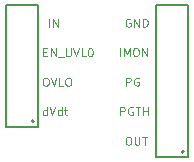
<source format=gbr>
%TF.GenerationSoftware,KiCad,Pcbnew,8.0.6*%
%TF.CreationDate,2025-01-14T14:57:28-07:00*%
%TF.ProjectId,IdealDiodeBoard,49646561-6c44-4696-9f64-65426f617264,rev?*%
%TF.SameCoordinates,Original*%
%TF.FileFunction,Legend,Top*%
%TF.FilePolarity,Positive*%
%FSLAX46Y46*%
G04 Gerber Fmt 4.6, Leading zero omitted, Abs format (unit mm)*
G04 Created by KiCad (PCBNEW 8.0.6) date 2025-01-14 14:57:28*
%MOMM*%
%LPD*%
G01*
G04 APERTURE LIST*
%ADD10C,0.100000*%
%ADD11C,0.200000*%
G04 APERTURE END LIST*
D10*
X130232455Y-96909133D02*
X130232455Y-96209133D01*
X130232455Y-96209133D02*
X130499122Y-96209133D01*
X130499122Y-96209133D02*
X130565789Y-96242466D01*
X130565789Y-96242466D02*
X130599122Y-96275800D01*
X130599122Y-96275800D02*
X130632455Y-96342466D01*
X130632455Y-96342466D02*
X130632455Y-96442466D01*
X130632455Y-96442466D02*
X130599122Y-96509133D01*
X130599122Y-96509133D02*
X130565789Y-96542466D01*
X130565789Y-96542466D02*
X130499122Y-96575800D01*
X130499122Y-96575800D02*
X130232455Y-96575800D01*
X131299122Y-96242466D02*
X131232455Y-96209133D01*
X131232455Y-96209133D02*
X131132455Y-96209133D01*
X131132455Y-96209133D02*
X131032455Y-96242466D01*
X131032455Y-96242466D02*
X130965789Y-96309133D01*
X130965789Y-96309133D02*
X130932455Y-96375800D01*
X130932455Y-96375800D02*
X130899122Y-96509133D01*
X130899122Y-96509133D02*
X130899122Y-96609133D01*
X130899122Y-96609133D02*
X130932455Y-96742466D01*
X130932455Y-96742466D02*
X130965789Y-96809133D01*
X130965789Y-96809133D02*
X131032455Y-96875800D01*
X131032455Y-96875800D02*
X131132455Y-96909133D01*
X131132455Y-96909133D02*
X131199122Y-96909133D01*
X131199122Y-96909133D02*
X131299122Y-96875800D01*
X131299122Y-96875800D02*
X131332455Y-96842466D01*
X131332455Y-96842466D02*
X131332455Y-96609133D01*
X131332455Y-96609133D02*
X131199122Y-96609133D01*
X131532455Y-96209133D02*
X131932455Y-96209133D01*
X131732455Y-96909133D02*
X131732455Y-96209133D01*
X132165788Y-96909133D02*
X132165788Y-96209133D01*
X132165788Y-96542466D02*
X132565788Y-96542466D01*
X132565788Y-96909133D02*
X132565788Y-96209133D01*
X124232455Y-89409133D02*
X124232455Y-88709133D01*
X124565788Y-89409133D02*
X124565788Y-88709133D01*
X124565788Y-88709133D02*
X124965788Y-89409133D01*
X124965788Y-89409133D02*
X124965788Y-88709133D01*
X130232455Y-91909133D02*
X130232455Y-91209133D01*
X130565788Y-91909133D02*
X130565788Y-91209133D01*
X130565788Y-91209133D02*
X130799122Y-91709133D01*
X130799122Y-91709133D02*
X131032455Y-91209133D01*
X131032455Y-91209133D02*
X131032455Y-91909133D01*
X131499122Y-91209133D02*
X131632455Y-91209133D01*
X131632455Y-91209133D02*
X131699122Y-91242466D01*
X131699122Y-91242466D02*
X131765788Y-91309133D01*
X131765788Y-91309133D02*
X131799122Y-91442466D01*
X131799122Y-91442466D02*
X131799122Y-91675800D01*
X131799122Y-91675800D02*
X131765788Y-91809133D01*
X131765788Y-91809133D02*
X131699122Y-91875800D01*
X131699122Y-91875800D02*
X131632455Y-91909133D01*
X131632455Y-91909133D02*
X131499122Y-91909133D01*
X131499122Y-91909133D02*
X131432455Y-91875800D01*
X131432455Y-91875800D02*
X131365788Y-91809133D01*
X131365788Y-91809133D02*
X131332455Y-91675800D01*
X131332455Y-91675800D02*
X131332455Y-91442466D01*
X131332455Y-91442466D02*
X131365788Y-91309133D01*
X131365788Y-91309133D02*
X131432455Y-91242466D01*
X131432455Y-91242466D02*
X131499122Y-91209133D01*
X132099121Y-91909133D02*
X132099121Y-91209133D01*
X132099121Y-91209133D02*
X132499121Y-91909133D01*
X132499121Y-91909133D02*
X132499121Y-91209133D01*
X130865789Y-98709133D02*
X130999122Y-98709133D01*
X130999122Y-98709133D02*
X131065789Y-98742466D01*
X131065789Y-98742466D02*
X131132455Y-98809133D01*
X131132455Y-98809133D02*
X131165789Y-98942466D01*
X131165789Y-98942466D02*
X131165789Y-99175800D01*
X131165789Y-99175800D02*
X131132455Y-99309133D01*
X131132455Y-99309133D02*
X131065789Y-99375800D01*
X131065789Y-99375800D02*
X130999122Y-99409133D01*
X130999122Y-99409133D02*
X130865789Y-99409133D01*
X130865789Y-99409133D02*
X130799122Y-99375800D01*
X130799122Y-99375800D02*
X130732455Y-99309133D01*
X130732455Y-99309133D02*
X130699122Y-99175800D01*
X130699122Y-99175800D02*
X130699122Y-98942466D01*
X130699122Y-98942466D02*
X130732455Y-98809133D01*
X130732455Y-98809133D02*
X130799122Y-98742466D01*
X130799122Y-98742466D02*
X130865789Y-98709133D01*
X131465788Y-98709133D02*
X131465788Y-99275800D01*
X131465788Y-99275800D02*
X131499122Y-99342466D01*
X131499122Y-99342466D02*
X131532455Y-99375800D01*
X131532455Y-99375800D02*
X131599122Y-99409133D01*
X131599122Y-99409133D02*
X131732455Y-99409133D01*
X131732455Y-99409133D02*
X131799122Y-99375800D01*
X131799122Y-99375800D02*
X131832455Y-99342466D01*
X131832455Y-99342466D02*
X131865788Y-99275800D01*
X131865788Y-99275800D02*
X131865788Y-98709133D01*
X132099121Y-98709133D02*
X132499121Y-98709133D01*
X132299121Y-99409133D02*
X132299121Y-98709133D01*
X123732455Y-91542466D02*
X123965789Y-91542466D01*
X124065789Y-91909133D02*
X123732455Y-91909133D01*
X123732455Y-91909133D02*
X123732455Y-91209133D01*
X123732455Y-91209133D02*
X124065789Y-91209133D01*
X124365788Y-91909133D02*
X124365788Y-91209133D01*
X124365788Y-91209133D02*
X124765788Y-91909133D01*
X124765788Y-91909133D02*
X124765788Y-91209133D01*
X124932455Y-91975800D02*
X125465788Y-91975800D01*
X125632454Y-91209133D02*
X125632454Y-91775800D01*
X125632454Y-91775800D02*
X125665788Y-91842466D01*
X125665788Y-91842466D02*
X125699121Y-91875800D01*
X125699121Y-91875800D02*
X125765788Y-91909133D01*
X125765788Y-91909133D02*
X125899121Y-91909133D01*
X125899121Y-91909133D02*
X125965788Y-91875800D01*
X125965788Y-91875800D02*
X125999121Y-91842466D01*
X125999121Y-91842466D02*
X126032454Y-91775800D01*
X126032454Y-91775800D02*
X126032454Y-91209133D01*
X126265787Y-91209133D02*
X126499121Y-91909133D01*
X126499121Y-91909133D02*
X126732454Y-91209133D01*
X127299121Y-91909133D02*
X126965787Y-91909133D01*
X126965787Y-91909133D02*
X126965787Y-91209133D01*
X127665788Y-91209133D02*
X127732454Y-91209133D01*
X127732454Y-91209133D02*
X127799121Y-91242466D01*
X127799121Y-91242466D02*
X127832454Y-91275800D01*
X127832454Y-91275800D02*
X127865788Y-91342466D01*
X127865788Y-91342466D02*
X127899121Y-91475800D01*
X127899121Y-91475800D02*
X127899121Y-91642466D01*
X127899121Y-91642466D02*
X127865788Y-91775800D01*
X127865788Y-91775800D02*
X127832454Y-91842466D01*
X127832454Y-91842466D02*
X127799121Y-91875800D01*
X127799121Y-91875800D02*
X127732454Y-91909133D01*
X127732454Y-91909133D02*
X127665788Y-91909133D01*
X127665788Y-91909133D02*
X127599121Y-91875800D01*
X127599121Y-91875800D02*
X127565788Y-91842466D01*
X127565788Y-91842466D02*
X127532454Y-91775800D01*
X127532454Y-91775800D02*
X127499121Y-91642466D01*
X127499121Y-91642466D02*
X127499121Y-91475800D01*
X127499121Y-91475800D02*
X127532454Y-91342466D01*
X127532454Y-91342466D02*
X127565788Y-91275800D01*
X127565788Y-91275800D02*
X127599121Y-91242466D01*
X127599121Y-91242466D02*
X127665788Y-91209133D01*
X131099122Y-88742466D02*
X131032455Y-88709133D01*
X131032455Y-88709133D02*
X130932455Y-88709133D01*
X130932455Y-88709133D02*
X130832455Y-88742466D01*
X130832455Y-88742466D02*
X130765789Y-88809133D01*
X130765789Y-88809133D02*
X130732455Y-88875800D01*
X130732455Y-88875800D02*
X130699122Y-89009133D01*
X130699122Y-89009133D02*
X130699122Y-89109133D01*
X130699122Y-89109133D02*
X130732455Y-89242466D01*
X130732455Y-89242466D02*
X130765789Y-89309133D01*
X130765789Y-89309133D02*
X130832455Y-89375800D01*
X130832455Y-89375800D02*
X130932455Y-89409133D01*
X130932455Y-89409133D02*
X130999122Y-89409133D01*
X130999122Y-89409133D02*
X131099122Y-89375800D01*
X131099122Y-89375800D02*
X131132455Y-89342466D01*
X131132455Y-89342466D02*
X131132455Y-89109133D01*
X131132455Y-89109133D02*
X130999122Y-89109133D01*
X131432455Y-89409133D02*
X131432455Y-88709133D01*
X131432455Y-88709133D02*
X131832455Y-89409133D01*
X131832455Y-89409133D02*
X131832455Y-88709133D01*
X132165788Y-89409133D02*
X132165788Y-88709133D01*
X132165788Y-88709133D02*
X132332455Y-88709133D01*
X132332455Y-88709133D02*
X132432455Y-88742466D01*
X132432455Y-88742466D02*
X132499122Y-88809133D01*
X132499122Y-88809133D02*
X132532455Y-88875800D01*
X132532455Y-88875800D02*
X132565788Y-89009133D01*
X132565788Y-89009133D02*
X132565788Y-89109133D01*
X132565788Y-89109133D02*
X132532455Y-89242466D01*
X132532455Y-89242466D02*
X132499122Y-89309133D01*
X132499122Y-89309133D02*
X132432455Y-89375800D01*
X132432455Y-89375800D02*
X132332455Y-89409133D01*
X132332455Y-89409133D02*
X132165788Y-89409133D01*
X130732455Y-94409133D02*
X130732455Y-93709133D01*
X130732455Y-93709133D02*
X130999122Y-93709133D01*
X130999122Y-93709133D02*
X131065789Y-93742466D01*
X131065789Y-93742466D02*
X131099122Y-93775800D01*
X131099122Y-93775800D02*
X131132455Y-93842466D01*
X131132455Y-93842466D02*
X131132455Y-93942466D01*
X131132455Y-93942466D02*
X131099122Y-94009133D01*
X131099122Y-94009133D02*
X131065789Y-94042466D01*
X131065789Y-94042466D02*
X130999122Y-94075800D01*
X130999122Y-94075800D02*
X130732455Y-94075800D01*
X131799122Y-93742466D02*
X131732455Y-93709133D01*
X131732455Y-93709133D02*
X131632455Y-93709133D01*
X131632455Y-93709133D02*
X131532455Y-93742466D01*
X131532455Y-93742466D02*
X131465789Y-93809133D01*
X131465789Y-93809133D02*
X131432455Y-93875800D01*
X131432455Y-93875800D02*
X131399122Y-94009133D01*
X131399122Y-94009133D02*
X131399122Y-94109133D01*
X131399122Y-94109133D02*
X131432455Y-94242466D01*
X131432455Y-94242466D02*
X131465789Y-94309133D01*
X131465789Y-94309133D02*
X131532455Y-94375800D01*
X131532455Y-94375800D02*
X131632455Y-94409133D01*
X131632455Y-94409133D02*
X131699122Y-94409133D01*
X131699122Y-94409133D02*
X131799122Y-94375800D01*
X131799122Y-94375800D02*
X131832455Y-94342466D01*
X131832455Y-94342466D02*
X131832455Y-94109133D01*
X131832455Y-94109133D02*
X131699122Y-94109133D01*
X124032455Y-96909133D02*
X124032455Y-96209133D01*
X124032455Y-96875800D02*
X123965789Y-96909133D01*
X123965789Y-96909133D02*
X123832455Y-96909133D01*
X123832455Y-96909133D02*
X123765789Y-96875800D01*
X123765789Y-96875800D02*
X123732455Y-96842466D01*
X123732455Y-96842466D02*
X123699122Y-96775800D01*
X123699122Y-96775800D02*
X123699122Y-96575800D01*
X123699122Y-96575800D02*
X123732455Y-96509133D01*
X123732455Y-96509133D02*
X123765789Y-96475800D01*
X123765789Y-96475800D02*
X123832455Y-96442466D01*
X123832455Y-96442466D02*
X123965789Y-96442466D01*
X123965789Y-96442466D02*
X124032455Y-96475800D01*
X124265788Y-96209133D02*
X124499122Y-96909133D01*
X124499122Y-96909133D02*
X124732455Y-96209133D01*
X125265788Y-96909133D02*
X125265788Y-96209133D01*
X125265788Y-96875800D02*
X125199122Y-96909133D01*
X125199122Y-96909133D02*
X125065788Y-96909133D01*
X125065788Y-96909133D02*
X124999122Y-96875800D01*
X124999122Y-96875800D02*
X124965788Y-96842466D01*
X124965788Y-96842466D02*
X124932455Y-96775800D01*
X124932455Y-96775800D02*
X124932455Y-96575800D01*
X124932455Y-96575800D02*
X124965788Y-96509133D01*
X124965788Y-96509133D02*
X124999122Y-96475800D01*
X124999122Y-96475800D02*
X125065788Y-96442466D01*
X125065788Y-96442466D02*
X125199122Y-96442466D01*
X125199122Y-96442466D02*
X125265788Y-96475800D01*
X125499121Y-96442466D02*
X125765788Y-96442466D01*
X125599121Y-96209133D02*
X125599121Y-96809133D01*
X125599121Y-96809133D02*
X125632455Y-96875800D01*
X125632455Y-96875800D02*
X125699121Y-96909133D01*
X125699121Y-96909133D02*
X125765788Y-96909133D01*
X123865789Y-93709133D02*
X123999122Y-93709133D01*
X123999122Y-93709133D02*
X124065789Y-93742466D01*
X124065789Y-93742466D02*
X124132455Y-93809133D01*
X124132455Y-93809133D02*
X124165789Y-93942466D01*
X124165789Y-93942466D02*
X124165789Y-94175800D01*
X124165789Y-94175800D02*
X124132455Y-94309133D01*
X124132455Y-94309133D02*
X124065789Y-94375800D01*
X124065789Y-94375800D02*
X123999122Y-94409133D01*
X123999122Y-94409133D02*
X123865789Y-94409133D01*
X123865789Y-94409133D02*
X123799122Y-94375800D01*
X123799122Y-94375800D02*
X123732455Y-94309133D01*
X123732455Y-94309133D02*
X123699122Y-94175800D01*
X123699122Y-94175800D02*
X123699122Y-93942466D01*
X123699122Y-93942466D02*
X123732455Y-93809133D01*
X123732455Y-93809133D02*
X123799122Y-93742466D01*
X123799122Y-93742466D02*
X123865789Y-93709133D01*
X124365788Y-93709133D02*
X124599122Y-94409133D01*
X124599122Y-94409133D02*
X124832455Y-93709133D01*
X125399122Y-94409133D02*
X125065788Y-94409133D01*
X125065788Y-94409133D02*
X125065788Y-93709133D01*
X125765789Y-93709133D02*
X125899122Y-93709133D01*
X125899122Y-93709133D02*
X125965789Y-93742466D01*
X125965789Y-93742466D02*
X126032455Y-93809133D01*
X126032455Y-93809133D02*
X126065789Y-93942466D01*
X126065789Y-93942466D02*
X126065789Y-94175800D01*
X126065789Y-94175800D02*
X126032455Y-94309133D01*
X126032455Y-94309133D02*
X125965789Y-94375800D01*
X125965789Y-94375800D02*
X125899122Y-94409133D01*
X125899122Y-94409133D02*
X125765789Y-94409133D01*
X125765789Y-94409133D02*
X125699122Y-94375800D01*
X125699122Y-94375800D02*
X125632455Y-94309133D01*
X125632455Y-94309133D02*
X125599122Y-94175800D01*
X125599122Y-94175800D02*
X125599122Y-93942466D01*
X125599122Y-93942466D02*
X125632455Y-93809133D01*
X125632455Y-93809133D02*
X125699122Y-93742466D01*
X125699122Y-93742466D02*
X125765789Y-93709133D01*
D11*
%TO.C,J1*%
X133250000Y-87530000D02*
X135990000Y-87530000D01*
X133250000Y-100430000D02*
X133250000Y-87530000D01*
X135990000Y-87530000D02*
X135990000Y-100430000D01*
X135990000Y-100430000D02*
X133250000Y-100430000D01*
X135620000Y-99980000D02*
G75*
G02*
X135420000Y-99980000I-100000J0D01*
G01*
X135420000Y-99980000D02*
G75*
G02*
X135620000Y-99980000I100000J0D01*
G01*
%TO.C,J2*%
X120550000Y-87530000D02*
X123290000Y-87530000D01*
X120550000Y-97890000D02*
X120550000Y-87530000D01*
X123290000Y-87530000D02*
X123290000Y-97890000D01*
X123290000Y-97890000D02*
X120550000Y-97890000D01*
X122920000Y-97410000D02*
G75*
G02*
X122720000Y-97410000I-100000J0D01*
G01*
X122720000Y-97410000D02*
G75*
G02*
X122920000Y-97410000I100000J0D01*
G01*
%TD*%
M02*

</source>
